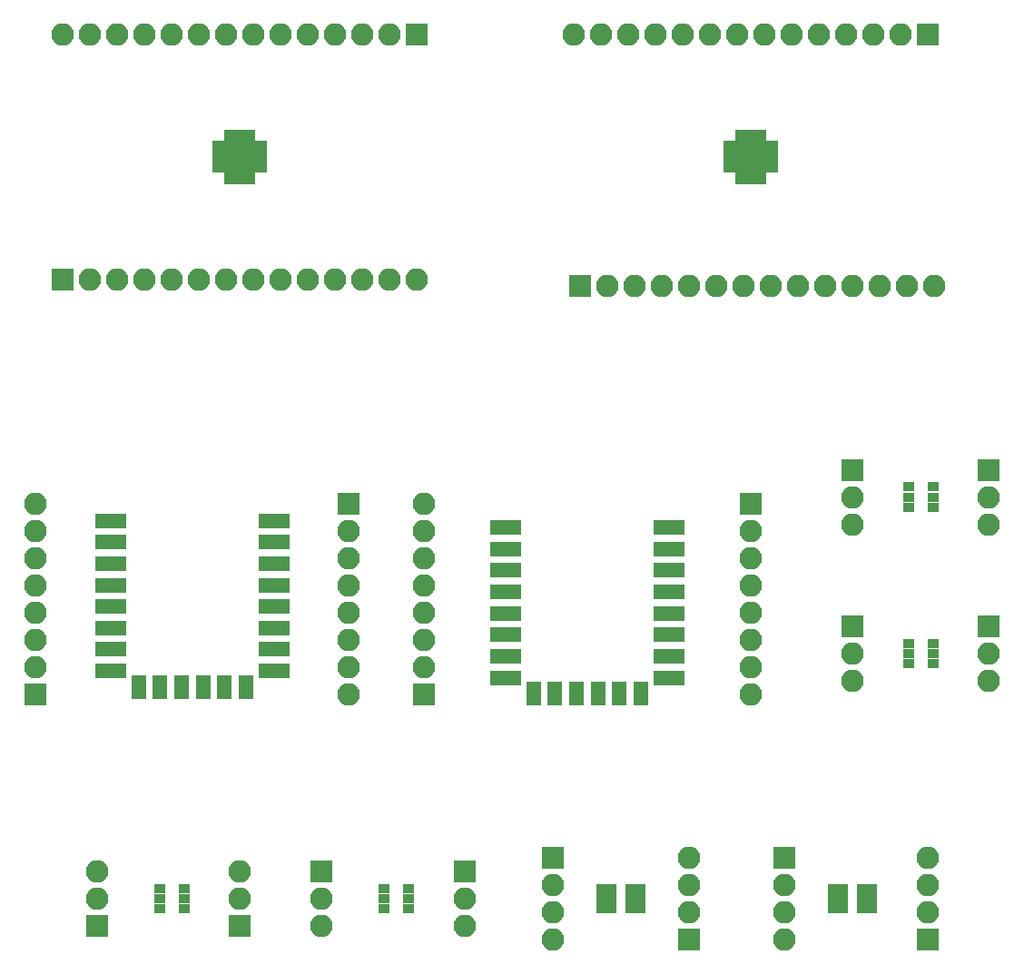
<source format=gbr>
G04 #@! TF.FileFunction,Soldermask,Top*
%FSLAX46Y46*%
G04 Gerber Fmt 4.6, Leading zero omitted, Abs format (unit mm)*
G04 Created by KiCad (PCBNEW 4.0.7) date 02/20/18 21:57:51*
%MOMM*%
%LPD*%
G01*
G04 APERTURE LIST*
%ADD10C,0.100000*%
%ADD11R,1.200000X0.600000*%
%ADD12R,0.600000X1.200000*%
%ADD13R,1.600000X1.600000*%
%ADD14R,2.100000X2.100000*%
%ADD15O,2.100000X2.100000*%
%ADD16R,1.100000X0.910000*%
%ADD17R,2.900000X1.400000*%
%ADD18R,1.400000X2.200000*%
%ADD19R,1.960000X0.800000*%
G04 APERTURE END LIST*
D10*
D11*
X40050000Y-37395000D03*
X40050000Y-36995000D03*
X40050000Y-36595000D03*
X40050000Y-36195000D03*
X40050000Y-35795000D03*
X40050000Y-35395000D03*
X40050000Y-34995000D03*
D12*
X39300000Y-34245000D03*
X38900000Y-34245000D03*
X38500000Y-34245000D03*
X38100000Y-34245000D03*
X37700000Y-34245000D03*
X37300000Y-34245000D03*
X36900000Y-34245000D03*
D11*
X36150000Y-34995000D03*
X36150000Y-35395000D03*
X36150000Y-35795000D03*
X36150000Y-36195000D03*
X36150000Y-36595000D03*
X36150000Y-36995000D03*
X36150000Y-37395000D03*
D12*
X36900000Y-38145000D03*
X37300000Y-38145000D03*
X37700000Y-38145000D03*
X38100000Y-38145000D03*
X38500000Y-38145000D03*
X38900000Y-38145000D03*
X39300000Y-38145000D03*
D13*
X37500000Y-35595000D03*
X37500000Y-36795000D03*
X38700000Y-35595000D03*
X38700000Y-36795000D03*
D14*
X54610000Y-24765000D03*
D15*
X52070000Y-24765000D03*
X49530000Y-24765000D03*
X46990000Y-24765000D03*
X44450000Y-24765000D03*
X41910000Y-24765000D03*
X39370000Y-24765000D03*
X36830000Y-24765000D03*
X34290000Y-24765000D03*
X31750000Y-24765000D03*
X29210000Y-24765000D03*
X26670000Y-24765000D03*
X24130000Y-24765000D03*
X21590000Y-24765000D03*
D14*
X21590000Y-47625000D03*
D15*
X24130000Y-47625000D03*
X26670000Y-47625000D03*
X29210000Y-47625000D03*
X31750000Y-47625000D03*
X34290000Y-47625000D03*
X36830000Y-47625000D03*
X39370000Y-47625000D03*
X41910000Y-47625000D03*
X44450000Y-47625000D03*
X46990000Y-47625000D03*
X49530000Y-47625000D03*
X52070000Y-47625000D03*
X54610000Y-47625000D03*
D14*
X21590000Y-47625000D03*
D15*
X24130000Y-47625000D03*
X26670000Y-47625000D03*
X29210000Y-47625000D03*
X31750000Y-47625000D03*
X34290000Y-47625000D03*
X36830000Y-47625000D03*
X39370000Y-47625000D03*
X41910000Y-47625000D03*
X44450000Y-47625000D03*
X46990000Y-47625000D03*
X49530000Y-47625000D03*
X52070000Y-47625000D03*
X54610000Y-47625000D03*
D14*
X54610000Y-24765000D03*
D15*
X52070000Y-24765000D03*
X49530000Y-24765000D03*
X46990000Y-24765000D03*
X44450000Y-24765000D03*
X41910000Y-24765000D03*
X39370000Y-24765000D03*
X36830000Y-24765000D03*
X34290000Y-24765000D03*
X31750000Y-24765000D03*
X29210000Y-24765000D03*
X26670000Y-24765000D03*
X24130000Y-24765000D03*
X21590000Y-24765000D03*
D11*
X40050000Y-37395000D03*
X40050000Y-36995000D03*
X40050000Y-36595000D03*
X40050000Y-36195000D03*
X40050000Y-35795000D03*
X40050000Y-35395000D03*
X40050000Y-34995000D03*
D12*
X39300000Y-34245000D03*
X38900000Y-34245000D03*
X38500000Y-34245000D03*
X38100000Y-34245000D03*
X37700000Y-34245000D03*
X37300000Y-34245000D03*
X36900000Y-34245000D03*
D11*
X36150000Y-34995000D03*
X36150000Y-35395000D03*
X36150000Y-35795000D03*
X36150000Y-36195000D03*
X36150000Y-36595000D03*
X36150000Y-36995000D03*
X36150000Y-37395000D03*
D12*
X36900000Y-38145000D03*
X37300000Y-38145000D03*
X37700000Y-38145000D03*
X38100000Y-38145000D03*
X38500000Y-38145000D03*
X38900000Y-38145000D03*
X39300000Y-38145000D03*
D13*
X37500000Y-35595000D03*
X37500000Y-36795000D03*
X38700000Y-35595000D03*
X38700000Y-36795000D03*
D14*
X95250000Y-65405000D03*
D15*
X95250000Y-67945000D03*
X95250000Y-70485000D03*
D14*
X19050000Y-86360000D03*
D15*
X19050000Y-83820000D03*
X19050000Y-81280000D03*
X19050000Y-78740000D03*
X19050000Y-76200000D03*
X19050000Y-73660000D03*
X19050000Y-71120000D03*
X19050000Y-68580000D03*
D14*
X107950000Y-65405000D03*
D15*
X107950000Y-67945000D03*
X107950000Y-70485000D03*
D14*
X48260000Y-68580000D03*
D15*
X48260000Y-71120000D03*
X48260000Y-73660000D03*
X48260000Y-76200000D03*
X48260000Y-78740000D03*
X48260000Y-81280000D03*
X48260000Y-83820000D03*
X48260000Y-86360000D03*
D14*
X69850000Y-48260000D03*
D15*
X72390000Y-48260000D03*
X74930000Y-48260000D03*
X77470000Y-48260000D03*
X80010000Y-48260000D03*
X82550000Y-48260000D03*
X85090000Y-48260000D03*
X87630000Y-48260000D03*
X90170000Y-48260000D03*
X92710000Y-48260000D03*
X95250000Y-48260000D03*
X97790000Y-48260000D03*
X100330000Y-48260000D03*
X102870000Y-48260000D03*
D14*
X102235000Y-24765000D03*
D15*
X99695000Y-24765000D03*
X97155000Y-24765000D03*
X94615000Y-24765000D03*
X92075000Y-24765000D03*
X89535000Y-24765000D03*
X86995000Y-24765000D03*
X84455000Y-24765000D03*
X81915000Y-24765000D03*
X79375000Y-24765000D03*
X76835000Y-24765000D03*
X74295000Y-24765000D03*
X71755000Y-24765000D03*
X69215000Y-24765000D03*
D14*
X95250000Y-80010000D03*
D15*
X95250000Y-82550000D03*
X95250000Y-85090000D03*
D14*
X55245000Y-86360000D03*
D15*
X55245000Y-83820000D03*
X55245000Y-81280000D03*
X55245000Y-78740000D03*
X55245000Y-76200000D03*
X55245000Y-73660000D03*
X55245000Y-71120000D03*
X55245000Y-68580000D03*
D14*
X107950000Y-80010000D03*
D15*
X107950000Y-82550000D03*
X107950000Y-85090000D03*
D14*
X45720000Y-102870000D03*
D15*
X45720000Y-105410000D03*
X45720000Y-107950000D03*
D14*
X38100000Y-107950000D03*
D15*
X38100000Y-105410000D03*
X38100000Y-102870000D03*
D14*
X85725000Y-68580000D03*
D15*
X85725000Y-71120000D03*
X85725000Y-73660000D03*
X85725000Y-76200000D03*
X85725000Y-78740000D03*
X85725000Y-81280000D03*
X85725000Y-83820000D03*
X85725000Y-86360000D03*
D14*
X59055000Y-102870000D03*
D15*
X59055000Y-105410000D03*
X59055000Y-107950000D03*
D14*
X24765000Y-107950000D03*
D15*
X24765000Y-105410000D03*
X24765000Y-102870000D03*
D16*
X100440000Y-66995000D03*
X100440000Y-67945000D03*
X100440000Y-68895000D03*
X102760000Y-68895000D03*
X102760000Y-67945000D03*
X102760000Y-66995000D03*
D11*
X87675000Y-37395000D03*
X87675000Y-36995000D03*
X87675000Y-36595000D03*
X87675000Y-36195000D03*
X87675000Y-35795000D03*
X87675000Y-35395000D03*
X87675000Y-34995000D03*
D12*
X86925000Y-34245000D03*
X86525000Y-34245000D03*
X86125000Y-34245000D03*
X85725000Y-34245000D03*
X85325000Y-34245000D03*
X84925000Y-34245000D03*
X84525000Y-34245000D03*
D11*
X83775000Y-34995000D03*
X83775000Y-35395000D03*
X83775000Y-35795000D03*
X83775000Y-36195000D03*
X83775000Y-36595000D03*
X83775000Y-36995000D03*
X83775000Y-37395000D03*
D12*
X84525000Y-38145000D03*
X84925000Y-38145000D03*
X85325000Y-38145000D03*
X85725000Y-38145000D03*
X86125000Y-38145000D03*
X86525000Y-38145000D03*
X86925000Y-38145000D03*
D13*
X85125000Y-35595000D03*
X85125000Y-36795000D03*
X86325000Y-35595000D03*
X86325000Y-36795000D03*
D16*
X100440000Y-81600000D03*
X100440000Y-82550000D03*
X100440000Y-83500000D03*
X102760000Y-83500000D03*
X102760000Y-82550000D03*
X102760000Y-81600000D03*
X51545000Y-104460000D03*
X51545000Y-105410000D03*
X51545000Y-106360000D03*
X53865000Y-106360000D03*
X53865000Y-105410000D03*
X53865000Y-104460000D03*
D17*
X26055000Y-70160000D03*
X26055000Y-72160000D03*
X26055000Y-74160000D03*
X26055000Y-76160000D03*
X26055000Y-78160000D03*
X26055000Y-80160000D03*
X26055000Y-82160000D03*
X26055000Y-84160000D03*
D18*
X28655000Y-85660000D03*
X30655000Y-85660000D03*
X32655000Y-85660000D03*
X34655000Y-85660000D03*
X36655000Y-85660000D03*
X38655000Y-85660000D03*
D17*
X41255000Y-84160000D03*
X41255000Y-82160000D03*
X41255000Y-80160000D03*
X41255000Y-78160000D03*
X41255000Y-76160000D03*
X41255000Y-74160000D03*
X41255000Y-72160000D03*
X41255000Y-70160000D03*
X62885000Y-70795000D03*
X62885000Y-72795000D03*
X62885000Y-74795000D03*
X62885000Y-76795000D03*
X62885000Y-78795000D03*
X62885000Y-80795000D03*
X62885000Y-82795000D03*
X62885000Y-84795000D03*
D18*
X65485000Y-86295000D03*
X67485000Y-86295000D03*
X69485000Y-86295000D03*
X71485000Y-86295000D03*
X73485000Y-86295000D03*
X75485000Y-86295000D03*
D17*
X78085000Y-84795000D03*
X78085000Y-82795000D03*
X78085000Y-80795000D03*
X78085000Y-78795000D03*
X78085000Y-76795000D03*
X78085000Y-74795000D03*
X78085000Y-72795000D03*
X78085000Y-70795000D03*
D16*
X32910000Y-106360000D03*
X32910000Y-105410000D03*
X32910000Y-104460000D03*
X30590000Y-104460000D03*
X30590000Y-105410000D03*
X30590000Y-106360000D03*
D14*
X80010000Y-109220000D03*
D15*
X80010000Y-106680000D03*
X80010000Y-104140000D03*
X80010000Y-101600000D03*
D14*
X67310000Y-101600000D03*
D15*
X67310000Y-104140000D03*
X67310000Y-106680000D03*
X67310000Y-109220000D03*
D14*
X102235000Y-109220000D03*
D15*
X102235000Y-106680000D03*
X102235000Y-104140000D03*
X102235000Y-101600000D03*
D14*
X88900000Y-101600000D03*
D15*
X88900000Y-104140000D03*
X88900000Y-106680000D03*
X88900000Y-109220000D03*
D19*
X72310000Y-104430000D03*
X72310000Y-105080000D03*
X72310000Y-105740000D03*
X72310000Y-106390000D03*
X75010000Y-106390000D03*
X75010000Y-105740000D03*
X75010000Y-105080000D03*
X75010000Y-104430000D03*
X93900000Y-104430000D03*
X93900000Y-105080000D03*
X93900000Y-105740000D03*
X93900000Y-106390000D03*
X96600000Y-106390000D03*
X96600000Y-105740000D03*
X96600000Y-105080000D03*
X96600000Y-104430000D03*
M02*

</source>
